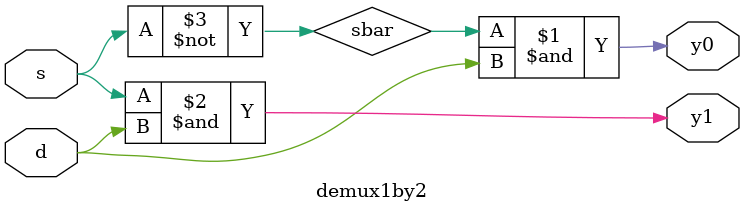
<source format=v>

module demux1by2
  (input s,d,
   output y0,y1);
  wire sbar;
  not(sbar,s);
  and (y0,sbar,d),(y1,s,d);
endmodule

</source>
